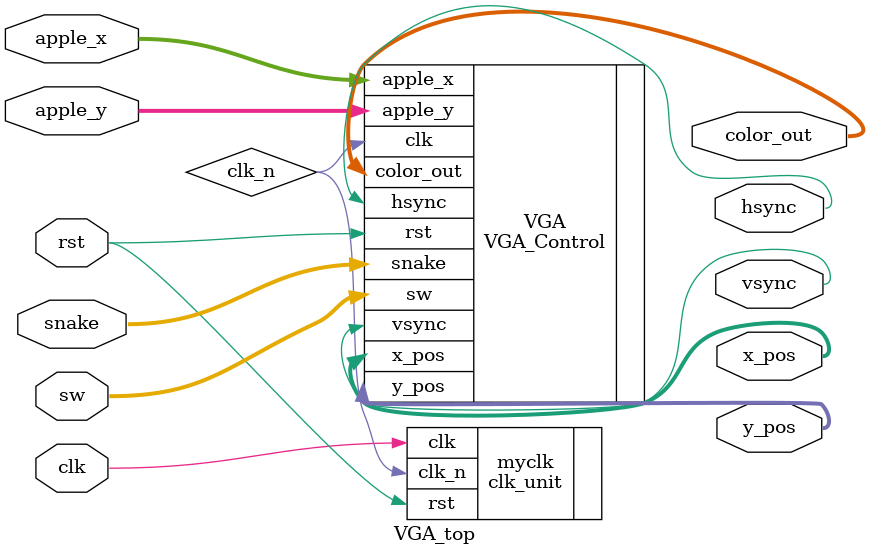
<source format=v>
module VGA_top(
	input clk,
    input rst,
    input [4:0]sw,
    input [1:0]snake,
    input [5:0]apple_x,
    input [4:0]apple_y,
    output [9:0]x_pos,
    output [9:0]y_pos,    
    output hsync,
    output vsync,
    output [11:0] color_out
    );
    
    wire clk_n;
    
    clk_unit myclk(
        .clk(clk),
        .rst(rst),
        .clk_n(clk_n)
    );

    VGA_Control VGA
(
		.clk(clk_n),
		.rst(rst),
		.sw(sw),
		.hsync(hsync),
		.vsync(vsync),
		.snake(snake),
        .color_out(color_out),
		.x_pos(x_pos),
		.y_pos(y_pos),
		.apple_x(apple_x),
		.apple_y(apple_y)
	);
endmodule

</source>
